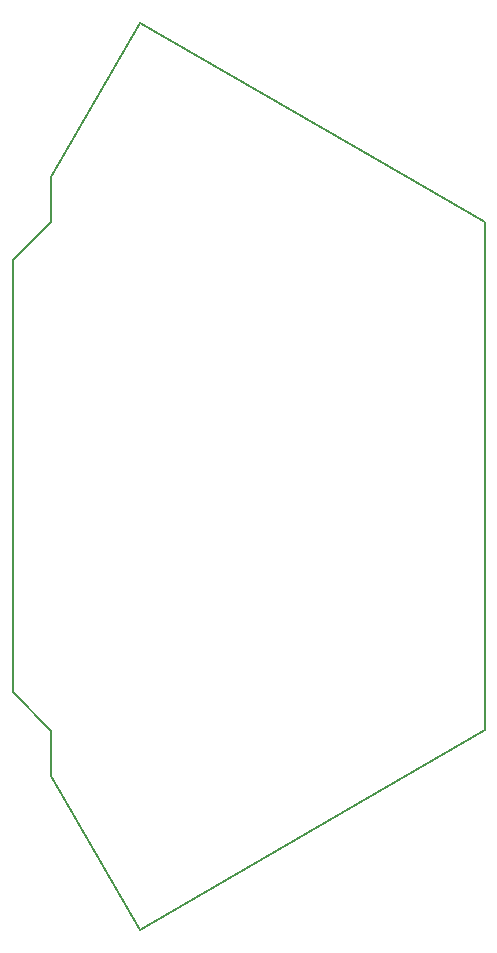
<source format=gm1>
G04*
G04 #@! TF.GenerationSoftware,Altium Limited,Altium Designer,18.1.9 (240)*
G04*
G04 Layer_Color=16711935*
%FSLAX43Y43*%
%MOMM*%
G71*
G01*
G75*
%ADD31C,0.127*%
D31*
X-0Y21465D02*
X0Y-21535D01*
X-8660Y-26535D02*
X0Y-21535D01*
X-40000Y-15035D02*
Y11465D01*
Y-18319D02*
Y-15035D01*
Y-18319D02*
X-36750Y-21569D01*
Y-25381D02*
Y-21569D01*
X-29228Y-38410D02*
X-8660Y-26535D01*
X-36750Y-25381D02*
X-29228Y-38410D01*
X-36750Y25312D02*
X-29228Y38340D01*
X-8660Y26465D01*
X-36750Y21500D02*
Y25312D01*
X-8660Y26465D02*
X-0Y21465D01*
X-36750Y21500D02*
Y25312D01*
X-40000Y18250D02*
X-36750Y21500D01*
X-40000Y18250D02*
X-40000Y11465D01*
M02*

</source>
